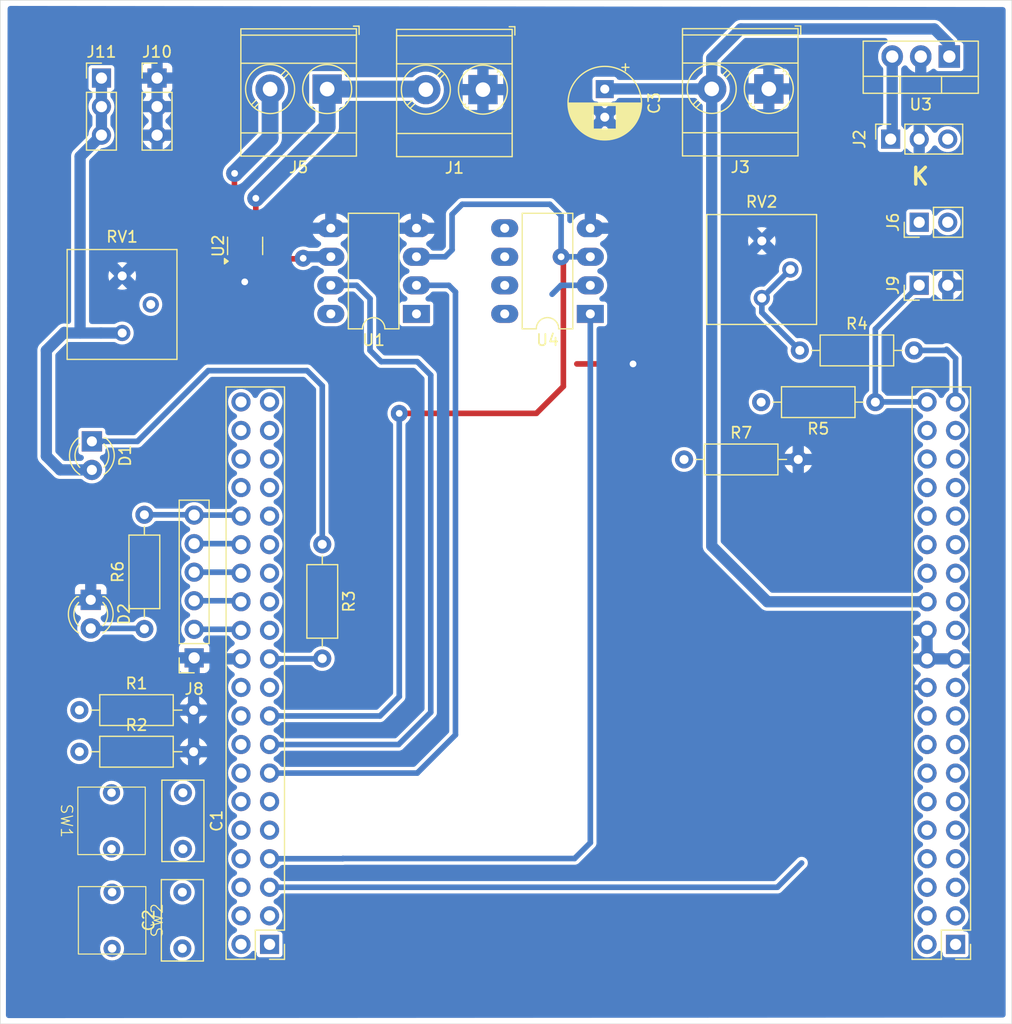
<source format=kicad_pcb>
(kicad_pcb (version 20240108) (generator "pcbnew") (generator_version "8.0")
  (layers (0 "F.Cu" signal) (31 "B.Cu" signal) (34 "B.Paste" user) (35 "F.Paste" user) (36 "B.SilkS" user "B.Silkscreen") (37 "F.SilkS" user "F.Silkscreen") (38 "B.Mask" user) (39 "F.Mask" user) (44 "Edge.Cuts" user))
  (net 0 "")
  (net 1 "GND")
  (net 2 "SW1_OUT")
  (net 3 "SW2_OUT")
  (net 4 "VIN")
  (net 5 "5V_NUC")
  (net 6 "LED_POW_IN")
  (net 14 "3.3V_NUC")
  (net 15 "SCK")
  (net 16 "MISO")
  (net 17 "MOSI")
  (net 19 "POT_OUT")
  (net 21 "USER_BUTTON")
  (net 23 "LED_OUT")
  (net 35 "RT_OUT")
  (net 41 "Servo")
  (net 42 "PHD_OUT")
  (net 45 "POT_NUM_OUT")
  (net 46 "Net-(J5-Pin_2)")
  (net 47 "Net-(D1-K)")
  (net 48 "CS_1")
  (net 51 "CS_2")
  (net 54 "Net-(J7-Pin_26)")
  (net 57 "Net-(J7-Pin_24)")
  (net 59 "Net-(J7-Pin_30)")
  (net 61 "5V")
  (net 69 "Net-(J7-Pin_28)")
  (net 76 "Net-(R4-Pad1)")
  (net 77 "Net-(U1-POB)")
  (net 84 "Net-(D2-A)")
  (net 86 "LED_OUT2")
  (footprint "Connector_PinHeader_2.54mm:PinHeader_2x20_P2.54mm_Vertical" (layer "F.Cu") (at 208.5 143.44 180)
    (property "Reference" "J4" (hide yes))
    (property "Value" "Morpho_Gauche" (hide yes))
    (pad "1" thru_hole rect (at 0 0 180) (size 1.7 1.7) (drill 1) (layers "*.Cu" "*.Mask"))
    (pad "2" thru_hole oval (at 2.54 0 180) (size 1.7 1.7) (drill 1) (layers "*.Cu" "*.Mask"))
    (pad "3" thru_hole oval (at 0 2.54 180) (size 1.7 1.7) (drill 1) (layers "*.Cu" "*.Mask"))
    (pad "4" thru_hole oval (at 2.54 2.54 180) (size 1.7 1.7) (drill 1) (layers "*.Cu" "*.Mask"))
    (pad "5" thru_hole oval (at 0 5.08 180) (size 1.7 1.7) (drill 1) (layers "*.Cu" "*.Mask"))
    (pad "6" thru_hole oval (at 2.54 5.08 180) (size 1.7 1.7) (drill 1) (layers "*.Cu" "*.Mask"))
    (pad "7" thru_hole oval (at 0 7.62 180) (size 1.7 1.7) (drill 1) (layers "*.Cu" "*.Mask"))
    (pad "8" thru_hole oval (at 2.54 7.62 180) (size 1.7 1.7) (drill 1) (layers "*.Cu" "*.Mask"))
    (pad "9" thru_hole oval (at 0 10.16 180) (size 1.7 1.7) (drill 1) (layers "*.Cu" "*.Mask"))
    (pad "10" thru_hole oval (at 2.54 10.16 180) (size 1.7 1.7) (drill 1) (layers "*.Cu" "*.Mask"))
    (pad "11" thru_hole oval (at 0 12.7 180) (size 1.7 1.7) (drill 1) (layers "*.Cu" "*.Mask"))
    (pad "12" thru_hole oval (at 2.54 12.7 180) (size 1.7 1.7) (drill 1) (layers "*.Cu" "*.Mask"))
    (pad "13" thru_hole oval (at 0 15.24 180) (size 1.7 1.7) (drill 1) (layers "*.Cu" "*.Mask"))
    (pad "14" thru_hole oval (at 2.54 15.24 180) (size 1.7 1.7) (drill 1) (layers "*.Cu" "*.Mask"))
    (pad "15" thru_hole oval (at 0 17.78 180) (size 1.7 1.7) (drill 1) (layers "*.Cu" "*.Mask"))
    (pad "16" thru_hole oval (at 2.54 17.78 180) (size 1.7 1.7) (drill 1) (layers "*.Cu" "*.Mask"))
    (pad "17" thru_hole oval (at 0 20.32 180) (size 1.7 1.7) (drill 1) (layers "*.Cu" "*.Mask"))
    (pad "18" thru_hole oval (at 2.54 20.32 180) (size 1.7 1.7) (drill 1) (layers "*.Cu" "*.Mask") (net 14 "3.3V_NUC"))
    (pad "19" thru_hole oval (at 0 22.86 180) (size 1.7 1.7) (drill 1) (layers "*.Cu" "*.Mask"))
    (pad "20" thru_hole oval (at 2.54 22.86 180) (size 1.7 1.7) (drill 1) (layers "*.Cu" "*.Mask") (net 5 "5V_NUC"))
    (pad "21" thru_hole oval (at 0 25.4 180) (size 1.7 1.7) (drill 1) (layers "*.Cu" "*.Mask") (net 1 "GND"))
    (pad "22" thru_hole oval (at 2.54 25.4 180) (size 1.7 1.7) (drill 1) (layers "*.Cu" "*.Mask") (net 1 "GND"))
    (pad "23" thru_hole oval (at 0 27.94 180) (size 1.7 1.7) (drill 1) (layers "*.Cu" "*.Mask"))
    (pad "24" thru_hole oval (at 2.54 27.94 180) (size 1.7 1.7) (drill 1) (layers "*.Cu" "*.Mask") (net 1 "GND"))
    (pad "25" thru_hole oval (at 0 30.48 180) (size 1.7 1.7) (drill 1) (layers "*.Cu" "*.Mask") (net 21 "USER_BUTTON"))
    (pad "26" thru_hole oval (at 2.54 30.48 180) (size 1.7 1.7) (drill 1) (layers "*.Cu" "*.Mask") (net 4 "VIN"))
    (pad "27" thru_hole oval (at 0 33.02 180) (size 1.7 1.7) (drill 1) (layers "*.Cu" "*.Mask"))
    (pad "28" thru_hole oval (at 2.54 33.02 180) (size 1.7 1.7) (drill 1) (layers "*.Cu" "*.Mask"))
    (pad "29" thru_hole oval (at 0 35.56 180) (size 1.7 1.7) (drill 1) (layers "*.Cu" "*.Mask"))
    (pad "30" thru_hole oval (at 2.54 35.56 180) (size 1.7 1.7) (drill 1) (layers "*.Cu" "*.Mask") (net 19 "POT_OUT"))
    (pad "31" thru_hole oval (at 0 38.1 180) (size 1.7 1.7) (drill 1) (layers "*.Cu" "*.Mask"))
    (pad "32" thru_hole oval (at 2.54 38.1 180) (size 1.7 1.7) (drill 1) (layers "*.Cu" "*.Mask"))
    (pad "33" thru_hole oval (at 0 40.64 180) (size 1.7 1.7) (drill 1) (layers "*.Cu" "*.Mask"))
    (pad "34" thru_hole oval (at 2.54 40.64 180) (size 1.7 1.7) (drill 1) (layers "*.Cu" "*.Mask"))
    (pad "35" thru_hole oval (at 0 43.18 180) (size 1.7 1.7) (drill 1) (layers "*.Cu" "*.Mask"))
    (pad "36" thru_hole oval (at 2.54 43.18 180) (size 1.7 1.7) (drill 1) (layers "*.Cu" "*.Mask") (net 45 "POT_NUM_OUT"))
    (pad "37" thru_hole oval (at 0 45.72 180) (size 1.7 1.7) (drill 1) (layers "*.Cu" "*.Mask"))
    (pad "38" thru_hole oval (at 2.54 45.72 180) (size 1.7 1.7) (drill 1) (layers "*.Cu" "*.Mask"))
    (pad "39" thru_hole oval (at 0 48.26 180) (size 1.7 1.7) (drill 1) (layers "*.Cu" "*.Mask") (net 42 "PHD_OUT"))
    (pad "40" thru_hole oval (at 2.54 48.26 180) (size 1.7 1.7) (drill 1) (layers "*.Cu" "*.Mask") (net 35 "RT_OUT"))
  )
  (footprint "Connector_PinHeader_2.54mm:PinHeader_2x20_P2.54mm_Vertical" (layer "F.Cu") (at 147.460001 143.44 180)
    (property "Reference" "J7" (hide yes))
    (property "Value" "Morpho_Droite" (hide yes))
    (pad "1" thru_hole rect (at 0 0 180) (size 1.7 1.7) (drill 1) (layers "*.Cu" "*.Mask"))
    (pad "2" thru_hole oval (at 2.54 0 180) (size 1.7 1.7) (drill 1) (layers "*.Cu" "*.Mask"))
    (pad "3" thru_hole oval (at 0 2.54 180) (size 1.7 1.7) (drill 1) (layers "*.Cu" "*.Mask"))
    (pad "4" thru_hole oval (at 2.54 2.54 180) (size 1.7 1.7) (drill 1) (layers "*.Cu" "*.Mask") (net 3 "SW2_OUT"))
    (pad "5" thru_hole oval (at 0 5.08 180) (size 1.7 1.7) (drill 1) (layers "*.Cu" "*.Mask") (net 41 "Servo"))
    (pad "6" thru_hole oval (at 2.54 5.08 180) (size 1.7 1.7) (drill 1) (layers "*.Cu" "*.Mask") (net 2 "SW1_OUT"))
    (pad "7" thru_hole oval (at 0 7.62 180) (size 1.7 1.7) (drill 1) (layers "*.Cu" "*.Mask") (net 51 "CS_2"))
    (pad "8" thru_hole oval (at 2.54 7.62 180) (size 1.7 1.7) (drill 1) (layers "*.Cu" "*.Mask"))
    (pad "9" thru_hole oval (at 0 10.16 180) (size 1.7 1.7) (drill 1) (layers "*.Cu" "*.Mask"))
    (pad "10" thru_hole oval (at 2.54 10.16 180) (size 1.7 1.7) (drill 1) (layers "*.Cu" "*.Mask"))
    (pad "11" thru_hole oval (at 0 12.7 180) (size 1.7 1.7) (drill 1) (layers "*.Cu" "*.Mask"))
    (pad "12" thru_hole oval (at 2.54 12.7 180) (size 1.7 1.7) (drill 1) (layers "*.Cu" "*.Mask"))
    (pad "13" thru_hole oval (at 0 15.24 180) (size 1.7 1.7) (drill 1) (layers "*.Cu" "*.Mask") (net 15 "SCK"))
    (pad "14" thru_hole oval (at 2.54 15.24 180) (size 1.7 1.7) (drill 1) (layers "*.Cu" "*.Mask"))
    (pad "15" thru_hole oval (at 0 17.78 180) (size 1.7 1.7) (drill 1) (layers "*.Cu" "*.Mask") (net 16 "MISO"))
    (pad "16" thru_hole oval (at 2.54 17.78 180) (size 1.7 1.7) (drill 1) (layers "*.Cu" "*.Mask"))
    (pad "17" thru_hole oval (at 0 20.32 180) (size 1.7 1.7) (drill 1) (layers "*.Cu" "*.Mask") (net 17 "MOSI"))
    (pad "18" thru_hole oval (at 2.54 20.32 180) (size 1.7 1.7) (drill 1) (layers "*.Cu" "*.Mask"))
    (pad "19" thru_hole oval (at 0 22.86 180) (size 1.7 1.7) (drill 1) (layers "*.Cu" "*.Mask"))
    (pad "20" thru_hole oval (at 2.54 22.86 180) (size 1.7 1.7) (drill 1) (layers "*.Cu" "*.Mask"))
    (pad "21" thru_hole oval (at 0 25.4 180) (size 1.7 1.7) (drill 1) (layers "*.Cu" "*.Mask") (net 23 "LED_OUT"))
    (pad "22" thru_hole oval (at 2.54 25.4 180) (size 1.7 1.7) (drill 1) (layers "*.Cu" "*.Mask") (net 1 "GND"))
    (pad "23" thru_hole oval (at 0 27.94 180) (size 1.7 1.7) (drill 1) (layers "*.Cu" "*.Mask"))
    (pad "24" thru_hole oval (at 2.54 27.94 180) (size 1.7 1.7) (drill 1) (layers "*.Cu" "*.Mask") (net 57 "Net-(J7-Pin_24)"))
    (pad "25" thru_hole oval (at 0 30.48 180) (size 1.7 1.7) (drill 1) (layers "*.Cu" "*.Mask"))
    (pad "26" thru_hole oval (at 2.54 30.48 180) (size 1.7 1.7) (drill 1) (layers "*.Cu" "*.Mask") (net 54 "Net-(J7-Pin_26)"))
    (pad "27" thru_hole oval (at 0 33.02 180) (size 1.7 1.7) (drill 1) (layers "*.Cu" "*.Mask"))
    (pad "28" thru_hole oval (at 2.54 33.02 180) (size 1.7 1.7) (drill 1) (layers "*.Cu" "*.Mask") (net 69 "Net-(J7-Pin_28)"))
    (pad "29" thru_hole oval (at 0 35.56 180) (size 1.7 1.7) (drill 1) (layers "*.Cu" "*.Mask"))
    (pad "30" thru_hole oval (at 2.54 35.56 180) (size 1.7 1.7) (drill 1) (layers "*.Cu" "*.Mask") (net 59 "Net-(J7-Pin_30)"))
    (pad "31" thru_hole oval (at 0 38.1 180) (size 1.7 1.7) (drill 1) (layers "*.Cu" "*.Mask") (net 48 "CS_1"))
    (pad "32" thru_hole oval (at 2.54 38.1 180) (size 1.7 1.7) (drill 1) (layers "*.Cu" "*.Mask") (net 86 "LED_OUT2"))
    (pad "33" thru_hole oval (at 0 40.64 180) (size 1.7 1.7) (drill 1) (layers "*.Cu" "*.Mask"))
    (pad "34" thru_hole oval (at 2.54 40.64 180) (size 1.7 1.7) (drill 1) (layers "*.Cu" "*.Mask"))
    (pad "35" thru_hole oval (at 0 43.18 180) (size 1.7 1.7) (drill 1) (layers "*.Cu" "*.Mask"))
    (pad "36" thru_hole oval (at 2.54 43.18 180) (size 1.7 1.7) (drill 1) (layers "*.Cu" "*.Mask"))
    (pad "37" thru_hole oval (at 0 45.72 180) (size 1.7 1.7) (drill 1) (layers "*.Cu" "*.Mask"))
    (pad "38" thru_hole oval (at 2.54 45.72 180) (size 1.7 1.7) (drill 1) (layers "*.Cu" "*.Mask"))
    (pad "39" thru_hole oval (at 0 48.26 180) (size 1.7 1.7) (drill 1) (layers "*.Cu" "*.Mask"))
    (pad "40" thru_hole oval (at 2.54 48.26 180) (size 1.7 1.7) (drill 1) (layers "*.Cu" "*.Mask"))
  )
  (footprint "TerminalBlock_Phoenix:TerminalBlock_Phoenix_MKDS-3-2-5.08_1x02_P5.08mm_Horizontal" (layer "F.Cu") (at 191.88 67.335 180)
    (property "Reference" "J3" (at 2.54 -6.96 180) (layer "F.SilkS"))
    (property "Value" "POWER_IN")
    (pad "1" thru_hole rect (at 0 0 180) (size 2.6 2.6) (drill 1.3) (layers "*.Cu" "*.Mask") (net 1 "GND"))
    (pad "2" thru_hole circle (at 5.08 0 180) (size 2.6 2.6) (drill 1.3) (layers "*.Cu" "*.Mask") (net 4 "VIN"))
  )
  (footprint "TerminalBlock_Phoenix:TerminalBlock_Phoenix_MKDS-3-2-5.08_1x02_P5.08mm_Horizontal" (layer "F.Cu") (at 152.585 67.35 180)
    (property "Reference" "J5" (at 2.54 -6.96 180) (layer "F.SilkS"))
    (property "Value" "LED_OUT")
    (pad "1" thru_hole rect (at 0 0 180) (size 2.6 2.6) (drill 1.3) (layers "*.Cu" "*.Mask") (net 6 "LED_POW_IN"))
    (pad "2" thru_hole circle (at 5.08 0 180) (size 2.6 2.6) (drill 1.3) (layers "*.Cu" "*.Mask") (net 46 "Net-(J5-Pin_2)"))
  )
  (footprint "Connector_PinHeader_2.54mm:PinHeader_1x03_P2.54mm_Vertical" (layer "F.Cu") (at 132.5 66.37)
    (property "Reference" "J11" (at 0 -2.33 0) (layer "F.SilkS"))
    (property "Value" "3.3V_reg")
    (pad "1" thru_hole rect (at 0 0) (size 1.7 1.7) (drill 1) (layers "*.Cu" "*.Mask") (net 14 "3.3V_NUC"))
    (pad "2" thru_hole oval (at 0 2.54) (size 1.7 1.7) (drill 1) (layers "*.Cu" "*.Mask") (net 14 "3.3V_NUC"))
    (pad "3" thru_hole oval (at 0 5.08) (size 1.7 1.7) (drill 1) (layers "*.Cu" "*.Mask") (net 14 "3.3V_NUC"))
  )
  (footprint "LED_THT:LED_D3.0mm_Clear" (layer "F.Cu") (at 131.55 112.79 -90)
    (property "Reference" "D2" (at 1.27 -2.96 90) (layer "F.SilkS"))
    (property "Value" "LED")
    (pad "1" thru_hole rect (at 0 0 270) (size 1.8 1.8) (drill 0.9) (layers "*.Cu" "*.Mask") (net 1 "GND"))
    (pad "2" thru_hole circle (at 2.54 0 270) (size 1.8 1.8) (drill 0.9) (layers "*.Cu" "*.Mask") (net 84 "Net-(D2-A)"))
  )
  (footprint "LEnsE:Switch" (layer "F.Cu") (at 128.9 132.45 -90)
    (property "Reference" "SW1" (at 0 -0.5 -90) (layer "F.SilkS") (effects (font (thickness 0.1))))
    (property "Value" "SW_1")
    (pad "1" thru_hole circle (at -2.5 -4.5 270) (size 1.524 1.524) (drill 0.762) (layers "*.Cu" "*.Mask") (net 14 "3.3V_NUC"))
    (pad "2" thru_hole circle (at 2.5 -4.5 270) (size 1.524 1.524) (drill 0.762) (layers "*.Cu" "*.Mask") (net 2 "SW1_OUT"))
  )
  (footprint "Connector_PinSocket_2.54mm:PinSocket_1x03_P2.54mm_Vertical" (layer "F.Cu") (at 202.72 71.8 90)
    (property "Reference" "J2" (at 0 -2.77 270) (layer "F.SilkS"))
    (property "Value" "Servo")
    (pad "1" thru_hole rect (at 0 0 90) (size 1.7 1.7) (drill 1) (layers "*.Cu" "*.Mask") (net 61 "5V"))
    (pad "2" thru_hole oval (at 0 2.54 90) (size 1.7 1.7) (drill 1) (layers "*.Cu" "*.Mask") (net 1 "GND"))
    (pad "3" thru_hole oval (at 0 5.08 90) (size 1.7 1.7) (drill 1) (layers "*.Cu" "*.Mask") (net 41 "Servo"))
  )
  (footprint "Potentiometer_THT:Potentiometer_Bourns_3386P_Vertical" (layer "F.Cu") (at 191.26 85.94)
    (property "Reference" "RV2" (at -0.015 -8.555 360) (layer "F.SilkS"))
    (property "Value" "100k")
    (pad "1" thru_hole circle (at 0 0) (size 1.44 1.44) (drill 0.8) (layers "*.Cu" "*.Mask") (net 76 "Net-(R4-Pad1)"))
    (pad "2" thru_hole circle (at 2.54 -2.54) (size 1.44 1.44) (drill 0.8) (layers "*.Cu" "*.Mask") (net 76 "Net-(R4-Pad1)"))
    (pad "3" thru_hole circle (at 0 -5.08) (size 1.44 1.44) (drill 0.8) (layers "*.Cu" "*.Mask") (net 1 "GND"))
  )
  (footprint "Package_DIP:DIP-8_W7.62mm_LongPads" (layer "F.Cu") (at 176 87.35 180)
    (property "Reference" "U4" (at 3.81 -2.33 180) (layer "F.SilkS"))
    (property "Value" "~")
    (pad "1" thru_hole rect (at 0 0 180) (size 2.4 1.6) (drill 0.8) (layers "*.Cu" "*.Mask") (net 51 "CS_2"))
    (pad "2" thru_hole oval (at 0 2.54 180) (size 2.4 1.6) (drill 0.8) (layers "*.Cu" "*.Mask") (net 15 "SCK"))
    (pad "3" thru_hole oval (at 0 5.08 180) (size 2.4 1.6) (drill 0.8) (layers "*.Cu" "*.Mask") (net 17 "MOSI"))
    (pad "4" thru_hole oval (at 0 7.62 180) (size 2.4 1.6) (drill 0.8) (layers "*.Cu" "*.Mask") (net 1 "GND"))
    (pad "5" thru_hole oval (at 7.62 7.62 180) (size 2.4 1.6) (drill 0.8) (layers "*.Cu" "*.Mask") (net 45 "POT_NUM_OUT"))
    (pad "6" thru_hole oval (at 7.62 5.08 180) (size 2.4 1.6) (drill 0.8) (layers "*.Cu" "*.Mask") (net 14 "3.3V_NUC"))
    (pad "7" thru_hole oval (at 7.62 2.54 180) (size 2.4 1.6) (drill 0.8) (layers "*.Cu" "*.Mask") (net 16 "MISO"))
    (pad "8" thru_hole oval (at 7.62 0 180) (size 2.4 1.6) (drill 0.8) (layers "*.Cu" "*.Mask") (net 5 "5V_NUC"))
  )
  (footprint "Resistor_THT:R_Axial_DIN0207_L6.3mm_D2.5mm_P10.16mm_Horizontal" (layer "F.Cu") (at 130.54 126.3)
    (property "Reference" "R2" (at 5.08 -2.37 0) (layer "F.SilkS"))
    (property "Value" "8.2k")
    (pad "1" thru_hole circle (at 0 0) (size 1.6 1.6) (drill 0.8) (layers "*.Cu" "*.Mask") (net 3 "SW2_OUT"))
    (pad "2" thru_hole oval (at 10.16 0) (size 1.6 1.6) (drill 0.8) (layers "*.Cu" "*.Mask") (net 1 "GND"))
  )
  (footprint "TerminalBlock_Phoenix:TerminalBlock_Phoenix_MKDS-3-2-5.08_1x02_P5.08mm_Horizontal" (layer "F.Cu") (at 166.445 67.4 180)
    (property "Reference" "J1" (at 2.54 -6.96 180) (layer "F.SilkS"))
    (property "Value" "LED_IN")
    (pad "1" thru_hole rect (at 0 0 180) (size 2.6 2.6) (drill 1.3) (layers "*.Cu" "*.Mask") (net 1 "GND"))
    (pad "2" thru_hole circle (at 5.08 0 180) (size 2.6 2.6) (drill 1.3) (layers "*.Cu" "*.Mask") (net 6 "LED_POW_IN"))
  )
  (footprint "Connector_PinHeader_2.54mm:PinHeader_1x02_P2.54mm_Vertical" (layer "F.Cu") (at 205.26 79.2 90)
    (property "Reference" "J6" (at 0 -2.33 270) (layer "F.SilkS"))
    (property "Value" "PhotoDiode")
    (pad "1" thru_hole rect (at 0 0 90) (size 1.7 1.7) (drill 1) (layers "*.Cu" "*.Mask") (net 14 "3.3V_NUC"))
    (pad "2" thru_hole oval (at 0 2.54 90) (size 1.7 1.7) (drill 1) (layers "*.Cu" "*.Mask") (net 42 "PHD_OUT"))
  )
  (footprint "LED_THT:LED_D3.0mm_Clear" (layer "F.Cu") (at 131.65 98.69 -90)
    (property "Reference" "D1" (at 1.27 -2.96 90) (layer "F.SilkS"))
    (property "Value" "LED")
    (pad "1" thru_hole rect (at 0 0 270) (size 1.8 1.8) (drill 0.9) (layers "*.Cu" "*.Mask") (net 47 "Net-(D1-K)"))
    (pad "2" thru_hole circle (at 2.54 0 270) (size 1.8 1.8) (drill 0.9) (layers "*.Cu" "*.Mask") (net 14 "3.3V_NUC"))
  )
  (footprint "Capacitor_THT:C_Rect_L7.0mm_W3.5mm_P5.00mm" (layer "F.Cu") (at 139.7 143.8 90)
    (property "Reference" "C2" (at 2.5 -3 270) (layer "F.SilkS"))
    (property "Value" "10nF")
    (pad "1" thru_hole circle (at 0 0 90) (size 1.6 1.6) (drill 0.8) (layers "*.Cu" "*.Mask") (net 14 "3.3V_NUC"))
    (pad "2" thru_hole circle (at 5 0 90) (size 1.6 1.6) (drill 0.8) (layers "*.Cu" "*.Mask") (net 3 "SW2_OUT"))
  )
  (footprint "Connector_PinSocket_2.54mm:PinSocket_1x06_P2.54mm_Vertical" (layer "F.Cu") (at 140.75 117.95 180)
    (property "Reference" "J8" (at 0 -2.77 180) (layer "F.SilkS"))
    (property "Value" "D_IN_OUT")
    (pad "1" thru_hole rect (at 0 0 180) (size 1.7 1.7) (drill 1) (layers "*.Cu" "*.Mask") (net 1 "GND"))
    (pad "2" thru_hole oval (at 0 2.54 180) (size 1.7 1.7) (drill 1) (layers "*.Cu" "*.Mask") (net 57 "Net-(J7-Pin_24)"))
    (pad "3" thru_hole oval (at 0 5.08 180) (size 1.7 1.7) (drill 1) (layers "*.Cu" "*.Mask") (net 54 "Net-(J7-Pin_26)"))
    (pad "4" thru_hole oval (at 0 7.62 180) (size 1.7 1.7) (drill 1) (layers "*.Cu" "*.Mask") (net 69 "Net-(J7-Pin_28)"))
    (pad "5" thru_hole oval (at 0 10.16 180) (size 1.7 1.7) (drill 1) (layers "*.Cu" "*.Mask") (net 59 "Net-(J7-Pin_30)"))
    (pad "6" thru_hole oval (at 0 12.7 180) (size 1.7 1.7) (drill 1) (layers "*.Cu" "*.Mask") (net 86 "LED_OUT2"))
  )
  (footprint "Capacitor_THT:CP_Radial_D6.3mm_P2.50mm" (layer "F.Cu") (at 177.285 67.35 -90)
    (property "Reference" "C3" (at 1.25 -4.4 90) (layer "F.SilkS"))
    (property "Value" "C_Polarized")
    (pad "1" thru_hole rect (at 0 0 270) (size 1.6 1.6) (drill 0.8) (layers "*.Cu" "*.Mask") (net 4 "VIN"))
    (pad "2" thru_hole circle (at 2.5 0 270) (size 1.6 1.6) (drill 0.8) (layers "*.Cu" "*.Mask") (net 1 "GND"))
  )
  (footprint "Connector_PinHeader_2.54mm:PinHeader_1x02_P2.54mm_Vertical" (layer "F.Cu") (at 205.26 84.8 90)
    (property "Reference" "J9" (at 0 -2.33 270) (layer "F.SilkS"))
    (property "Value" "Thermistance")
    (pad "1" thru_hole rect (at 0 0 90) (size 1.7 1.7) (drill 1) (layers "*.Cu" "*.Mask") (net 35 "RT_OUT"))
    (pad "2" thru_hole oval (at 0 2.54 90) (size 1.7 1.7) (drill 1) (layers "*.Cu" "*.Mask") (net 1 "GND"))
  )
  (footprint "Resistor_THT:R_Axial_DIN0207_L6.3mm_D2.5mm_P10.16mm_Horizontal" (layer "F.Cu") (at 194.64 90.6)
    (property "Reference" "R4" (at 5.08 -2.37 360) (layer "F.SilkS"))
    (property "Value" "100k")
    (pad "1" thru_hole circle (at 0 0) (size 1.6 1.6) (drill 0.8) (layers "*.Cu" "*.Mask") (net 76 "Net-(R4-Pad1)"))
    (pad "2" thru_hole oval (at 10.16 0) (size 1.6 1.6) (drill 0.8) (layers "*.Cu" "*.Mask") (net 42 "PHD_OUT"))
  )
  (footprint "Capacitor_THT:C_Rect_L7.0mm_W3.5mm_P5.00mm" (layer "F.Cu") (at 139.75 129.95 -90)
    (property "Reference" "C1" (at 2.5 -3 90) (layer "F.SilkS"))
    (property "Value" "10nF")
    (pad "1" thru_hole circle (at 0 0 270) (size 1.6 1.6) (drill 0.8) (layers "*.Cu" "*.Mask") (net 14 "3.3V_NUC"))
    (pad "2" thru_hole circle (at 5 0 270) (size 1.6 1.6) (drill 0.8) (layers "*.Cu" "*.Mask") (net 2 "SW1_OUT"))
  )
  (footprint "LEnsE:Switch" (layer "F.Cu") (at 137.95 141.3 90)
    (property "Reference" "SW2" (at 0 -0.5 90) (layer "F.SilkS") (effects (font (thickness 0.1))))
    (property "Value" "SW_2")
    (pad "1" thru_hole circle (at -2.5 -4.5 90) (size 1.524 1.524) (drill 0.762) (layers "*.Cu" "*.Mask") (net 14 "3.3V_NUC"))
    (pad "2" thru_hole circle (at 2.5 -4.5 90) (size 1.524 1.524) (drill 0.762) (layers "*.Cu" "*.Mask") (net 3 "SW2_OUT"))
  )
  (footprint "Resistor_THT:R_Axial_DIN0207_L6.3mm_D2.5mm_P10.16mm_Horizontal" (layer "F.Cu") (at 152.15 107.85 -90)
    (property "Reference" "R3" (at 5.08 -2.37 90) (layer "F.SilkS"))
    (property "Value" "100")
    (pad "1" thru_hole circle (at 0 0 270) (size 1.6 1.6) (drill 0.8) (layers "*.Cu" "*.Mask") (net 47 "Net-(D1-K)"))
    (pad "2" thru_hole oval (at 10.16 0 270) (size 1.6 1.6) (drill 0.8) (layers "*.Cu" "*.Mask") (net 23 "LED_OUT"))
  )
  (footprint "Resistor_THT:R_Axial_DIN0207_L6.3mm_D2.5mm_P10.16mm_Horizontal" (layer "F.Cu") (at 130.54 122.6)
    (property "Reference" "R1" (at 5.08 -2.37 0) (layer "F.SilkS"))
    (property "Value" "8.2k")
    (pad "1" thru_hole circle (at 0 0) (size 1.6 1.6) (drill 0.8) (layers "*.Cu" "*.Mask") (net 2 "SW1_OUT"))
    (pad "2" thru_hole oval (at 10.16 0) (size 1.6 1.6) (drill 0.8) (layers "*.Cu" "*.Mask") (net 1 "GND"))
  )
  (footprint "Resistor_THT:R_Axial_DIN0207_L6.3mm_D2.5mm_P10.16mm_Horizontal" (layer "F.Cu") (at 136.32 115.38 90)
    (property "Reference" "R6" (at 5.08 -2.37 270) (layer "F.SilkS"))
    (property "Value" "100")
    (pad "1" thru_hole circle (at 0 0 90) (size 1.6 1.6) (drill 0.8) (layers "*.Cu" "*.Mask") (net 84 "Net-(D2-A)"))
    (pad "2" thru_hole oval (at 10.16 0 90) (size 1.6 1.6) (drill 0.8) (layers "*.Cu" "*.Mask") (net 86 "LED_OUT2"))
  )
  (footprint "Connector_PinHeader_2.54mm:PinHeader_1x03_P2.54mm_Vertical" (layer "F.Cu") (at 137.45 66.37)
    (property "Reference" "J10" (at 0 -2.33 0) (layer "F.SilkS"))
    (property "Value" "GND_reg")
    (pad "1" thru_hole rect (at 0 0) (size 1.7 1.7) (drill 1) (layers "*.Cu" "*.Mask") (net 1 "GND"))
    (pad "2" thru_hole oval (at 0 2.54) (size 1.7 1.7) (drill 1) (layers "*.Cu" "*.Mask") (net 1 "GND"))
    (pad "3" thru_hole oval (at 0 5.08) (size 1.7 1.7) (drill 1) (layers "*.Cu" "*.Mask") (net 1 "GND"))
  )
  (footprint "Package_TO_SOT_SMD:SC-74-6_1.55x2.9mm_P0.95mm" (layer "F.Cu") (at 145.285 81.3 90)
    (property "Reference" "U2" (at 0 -2.4 270) (layer "F.SilkS"))
    (property "Value" "BCR430UW6")
    (pad "1" smd roundrect (at -1.15 -0.95 90) (size 1.6 0.6) (layers "F.Cu" "F.Paste" "F.Mask"))
    (pad "2" smd roundrect (at -1.15 0 90) (size 1.6 0.6) (layers "F.Cu" "F.Paste" "F.Mask") (net 1 "GND"))
    (pad "3" smd roundrect (at -1.15 0.95 90) (size 1.6 0.6) (layers "F.Cu" "F.Paste" "F.Mask") (net 77 "Net-(U1-POB)"))
    (pad "4" smd roundrect (at 1.15 0.95 90) (size 1.6 0.6) (layers "F.Cu" "F.Paste" "F.Mask") (net 6 "LED_POW_IN"))
    (pad "5" smd roundrect (at 1.15 0 90) (size 1.6 0.6) (layers "F.Cu" "F.Paste" "F.Mask"))
    (pad "6" smd roundrect (at 1.15 -0.95 90) (size 1.6 0.6) (layers "F.Cu" "F.Paste" "F.Mask") (net 46 "Net-(J5-Pin_2)"))
  )
  (footprint "Resistor_THT:R_Axial_DIN0207_L6.3mm_D2.5mm_P10.16mm_Horizontal" (layer "F.Cu") (at 201.36 95.2 180)
    (property "Reference" "R5" (at 5.08 -2.37 180) (layer "F.SilkS"))
    (property "Value" "10k")
    (pad "1" thru_hole circle (at 0 0 180) (size 1.6 1.6) (drill 0.8) (layers "*.Cu" "*.Mask") (net 35 "RT_OUT"))
    (pad "2" thru_hole oval (at 10.16 0 180) (size 1.6 1.6) (drill 0.8) (layers "*.Cu" "*.Mask") (net 14 "3.3V_NUC"))
  )
  (footprint "Resistor_THT:R_Axial_DIN0207_L6.3mm_D2.5mm_P10.16mm_Horizontal" (layer "F.Cu") (at 184.34 100.3)
    (property "Reference" "R7" (at 5.08 -2.37 360) (layer "F.SilkS"))
    (property "Value" "1k")
    (pad "1" thru_hole circle (at 0 0) (size 1.6 1.6) (drill 0.8) (layers "*.Cu" "*.Mask") (net 45 "POT_NUM_OUT"))
    (pad "2" thru_hole oval (at 10.16 0) (size 1.6 1.6) (drill 0.8) (layers "*.Cu" "*.Mask") (net 1 "GND"))
  )
  (footprint "Package_TO_SOT_THT:TO-220-3_Vertical" (layer "F.Cu") (at 207.94 64.455 180)
    (property "Reference" "U3" (at 2.54 -4.27 180) (layer "F.SilkS"))
    (property "Value" "LM7805_TO220")
    (pad "1" thru_hole rect (at 0 0 180) (size 1.905 2) (drill 1.1) (layers "*.Cu" "*.Mask") (net 4 "VIN"))
    (pad "2" thru_hole oval (at 2.54 0 180) (size 1.905 2) (drill 1.1) (layers "*.Cu" "*.Mask") (net 1 "GND"))
    (pad "3" thru_hole oval (at 5.08 0 180) (size 1.905 2) (drill 1.1) (layers "*.Cu" "*.Mask") (net 61 "5V"))
  )
  (footprint "Package_DIP:DIP-8_W7.62mm_LongPads" (layer "F.Cu") (at 160.53 87.35 180)
    (property "Reference" "U1" (at 3.81 -2.33 180) (layer "F.SilkS"))
    (property "Value" "~")
    (pad "1" thru_hole rect (at 0 0 180) (size 2.4 1.6) (drill 0.8) (layers "*.Cu" "*.Mask") (net 48 "CS_1"))
    (pad "2" thru_hole oval (at 0 2.54 180) (size 2.4 1.6) (drill 0.8) (layers "*.Cu" "*.Mask") (net 15 "SCK"))
    (pad "3" thru_hole oval (at 0 5.08 180) (size 2.4 1.6) (drill 0.8) (layers "*.Cu" "*.Mask") (net 17 "MOSI"))
    (pad "4" thru_hole oval (at 0 7.62 180) (size 2.4 1.6) (drill 0.8) (layers "*.Cu" "*.Mask") (net 1 "GND"))
    (pad "5" thru_hole oval (at 7.62 7.62 180) (size 2.4 1.6) (drill 0.8) (layers "*.Cu" "*.Mask") (net 1 "GND"))
    (pad "6" thru_hole oval (at 7.62 5.08 180) (size 2.4 1.6) (drill 0.8) (layers "*.Cu" "*.Mask") (net 77 "Net-(U1-POB)"))
    (pad "7" thru_hole oval (at 7.62 2.54 180) (size 2.4 1.6) (drill 0.8) (layers "*.Cu" "*.Mask") (net 16 "MISO"))
    (pad "8" thru_hole oval (at 7.62 0 180) (size 2.4 1.6) (drill 0.8) (layers "*.Cu" "*.Mask") (net 5 "5V_NUC"))
  )
  (footprint "Potentiometer_THT:Potentiometer_Bourns_3386P_Vertical" (layer "F.Cu") (at 134.35 89.05)
    (property "Reference" "RV1" (at -0.015 -8.555 0) (layer "F.SilkS"))
    (property "Value" "22k")
    (pad "1" thru_hole circle (at 0 0) (size 1.44 1.44) (drill 0.8) (layers "*.Cu" "*.Mask") (net 14 "3.3V_NUC"))
    (pad "2" thru_hole circle (at 2.54 -2.54) (size 1.44 1.44) (drill 0.8) (layers "*.Cu" "*.Mask") (net 19 "POT_OUT"))
    (pad "3" thru_hole circle (at 0 -5.08) (size 1.44 1.44) (drill 0.8) (layers "*.Cu" "*.Mask") (net 1 "GND"))
  )
  (gr_rect (start 123.5 59.45) (end 213.5 150.5) (stroke (width 0.05)) (fill none) (layer "Edge.Cuts"))
  (gr_text "K" (at 204.4 76 0) (layer "F.SilkS") (effects (font (size 1.5 1.5) (thickness 0.3) (bold yes)) (justify left bottom)))
  (segment (start 145.285 82.45) (end 145.285 84.465) (width 0.5) (layer "F.Cu") (net 1))
  (segment (start 145.285 84.465) (end 145.25 84.5) (width 0.5) (layer "F.Cu") (net 1))
  (via (at 145.25 84.5) (size 1.5) (drill 0.6) (layers "F.Cu" "B.Cu") (net 1))
  (segment (start 206.6 62) (end 207.94 63.34) (width 1) (layer "B.Cu") (net 4))
  (segment (start 186.8 67.335) (end 177.3 67.335) (width 1) (layer "B.Cu") (net 4))
  (segment (start 207.94 63.34) (end 207.94 64.455) (width 1) (layer "B.Cu") (net 4))
  (segment (start 186.8 108) (end 191.76 112.96) (width 1) (layer "B.Cu") (net 4))
  (segment (start 186.8 64.6) (end 189.4 62) (width 1) (layer "B.Cu") (net 4))
  (segment (start 186.8 67.335) (end 186.8 108) (width 1) (layer "B.Cu") (net 4))
  (segment (start 191.76 112.96) (end 205.96 112.96) (width 1) (layer "B.Cu") (net 4))
  (segment (start 189.4 62) (end 206.6 62) (width 1) (layer "B.Cu") (net 4))
  (segment (start 186.8 67.335) (end 186.8 64.6) (width 1) (layer "B.Cu") (net 4))
  (segment (start 177.3 67.335) (end 177.285 67.35) (width 1) (layer "B.Cu") (net 4))
  (segment (start 179.8 91.8) (end 174.8 91.8) (width 0.5) (layer "F.Cu") (net 5))
  (via (at 179.8 91.8) (size 1.5) (drill 0.6) (layers "F.Cu" "B.Cu") (net 5))
  (segment (start 205.96 120.58) (end 185.98 120.58) (width 0.5) (layer "B.Cu") (net 5))
  (segment (start 179.8 114.4) (end 179.8 91.8) (width 0.5) (layer "B.Cu") (net 5))
  (segment (start 185.98 120.58) (end 179.8 114.4) (width 0.5) (layer "B.Cu") (net 5))
  (segment (start 146.235 80.15) (end 146.235 77.065) (width 0.5) (layer "F.Cu") (net 6))
  (segment (start 146.25 77.05) (end 146.235 77.065) (width 0.5) (layer "F.Cu") (net 6))
  (via (at 146.235 77.065) (size 1.5) (drill 0.6) (layers "F.Cu" "B.Cu") (net 6))
  (segment (start 152.585 67.35) (end 161.315 67.35) (width 1.5) (layer "B.Cu") (net 6))
  (segment (start 152.585 67.35) (end 152.585 70.715) (width 1.5) (layer "B.Cu") (net 6))
  (segment (start 152.585 70.715) (end 146.235 77.065) (width 1.5) (layer "B.Cu") (net 6))
  (segment (start 161.315 67.35) (end 161.365 67.4) (width 1.5) (layer "B.Cu") (net 6))
  (segment (start 129.2 89) (end 129.25 89.05) (width 1) (layer "B.Cu") (net 14))
  (segment (start 132.5 66.37) (end 132.5 68.91) (width 1) (layer "B.Cu") (net 14))
  (segment (start 127.6 90.6) (end 129.2 89) (width 1) (layer "B.Cu") (net 14))
  (segment (start 130.6 73.35) (end 132.5 71.45) (width 1) (layer "B.Cu") (net 14))
  (segment (start 127.6 100) (end 127.6 90.6) (width 1) (layer "B.Cu") (net 14))
  (segment (start 132.5 71.45) (end 132.5 68.91) (width 1) (layer "B.Cu") (net 14))
  (segment (start 131.65 101.23) (end 128.83 101.23) (width 1) (layer "B.Cu") (net 14))
  (segment (start 128.83 101.23) (end 127.6 100) (width 1) (layer "B.Cu") (net 14))
  (segment (start 129.25 89.05) (end 132.45 89.05) (width 1) (layer "B.Cu") (net 14))
  (segment (start 130.6 89.05) (end 130.6 73.35) (width 1) (layer "B.Cu") (net 14))
  (segment (start 134.35 89.05) (end 132.45 89.05) (width 1) (layer "B.Cu") (net 14))
  (segment (start 160.6 128.2) (end 164 124.8) (width 0.5) (layer "B.Cu") (net 15))
  (segment (start 163.41 84.81) (end 160.53 84.81) (width 0.5) (layer "B.Cu") (net 15))
  (segment (start 176 84.81) (end 173.39 84.81) (width 0.5) (layer "B.Cu") (net 15))
  (segment (start 164 85.4) (end 163.41 84.81) (width 0.5) (layer "B.Cu") (net 15))
  (segment (start 164 124.8) (end 164 85.4) (width 0.5) (layer "B.Cu") (net 15))
  (segment (start 173.39 84.81) (end 172.6 85.6) (width 0.5) (layer "B.Cu") (net 15))
  (segment (start 147.460001 128.2) (end 160.6 128.2) (width 0.5) (layer "B.Cu") (net 15))
  (segment (start 157.4 91.6) (end 156.4 90.6) (width 0.5) (layer "B.Cu") (net 16))
  (segment (start 161.8 122.8) (end 161.8 92.8) (width 0.5) (layer "B.Cu") (net 16))
  (segment (start 155.21 84.81) (end 152.91 84.81) (width 0.5) (layer "B.Cu") (net 16))
  (segment (start 158.94 125.66) (end 161.8 122.8) (width 0.5) (layer "B.Cu") (net 16))
  (segment (start 156.4 86) (end 155.21 84.81) (width 0.5) (layer "B.Cu") (net 16))
  (segment (start 156.4 90.6) (end 156.4 86) (width 0.5) (layer "B.Cu") (net 16))
  (segment (start 147.460001 125.66) (end 158.94 125.66) (width 0.5) (layer "B.Cu") (net 16))
  (segment (start 161.8 92.8) (end 160.6 91.6) (width 0.5) (layer "B.Cu") (net 16))
  (segment (start 160.6 91.6) (end 157.4 91.6) (width 0.5) (layer "B.Cu") (net 16))
  (segment (start 171.2 96.2) (end 159 96.2) (width 0.5) (layer "F.Cu") (net 17))
  (segment (start 173.4 82.27) (end 173.6 82.47) (width 0.5) (layer "F.Cu") (net 17))
  (segment (start 173.6 93.8) (end 171.2 96.2) (width 0.5) (layer "F.Cu") (net 17))
  (segment (start 173.6 82.47) (end 173.6 93.8) (width 0.5) (layer "F.Cu") (net 17))
  (via (at 173.4 82.27) (size 1.5) (drill 0.6) (layers "F.Cu" "B.Cu") (net 17))
  (via (at 159 96.2) (size 1.5) (drill 0.6) (layers "F.Cu" "B.Cu") (net 17))
  (segment (start 173.4 78.6) (end 172.4 77.6) (width 0.5) (layer "B.Cu") (net 17))
  (segment (start 157.28 123.12) (end 159 121.4) (width 0.5) (layer "B.Cu") (net 17))
  (segment (start 159 121.4) (end 159 96.2) (width 0.5) (layer "B.Cu") (net 17))
  (segment (start 147.460001 123.12) (end 157.28 123.12) (width 0.5) (layer "B.Cu") (net 17))
  (segment (start 163.08 82.27) (end 160.53 82.27) (width 0.5) (layer "B.Cu") (net 17))
  (segment (start 173.4 82.27) (end 176 82.27) (width 0.5) (layer "B.Cu") (net 17))
  (segment (start 164.6 77.6) (end 163.7 78.5) (width 0.5) (layer "B.Cu") (net 17))
  (segment (start 173.4 82.27) (end 173.4 78.6) (width 0.5) (layer "B.Cu") (net 17))
  (segment (start 163.7 81.65) (end 163.08 82.27) (width 0.5) (layer "B.Cu") (net 17))
  (segment (start 172.4 77.6) (end 164.6 77.6) (width 0.5) (layer "B.Cu") (net 17))
  (segment (start 163.7 78.5) (end 163.7 81.65) (width 0.5) (layer "B.Cu") (net 17))
  (segment (start 205.84 108) (end 205.96 107.88) (width 0.5) (layer "B.Cu") (net 19))
  (segment (start 147.460001 118.04) (end 152.12 118.04) (width 0.5) (layer "B.Cu") (net 23))
  (segment (start 152.12 118.04) (end 152.15 118.01) (width 0.5) (layer "B.Cu") (net 23))
  (segment (start 201.38 95.18) (end 201.36 95.2) (width 0.5) (layer "B.Cu") (net 35))
  (segment (start 205.96 95.18) (end 201.38 95.18) (width 0.5) (layer "B.Cu") (net 35))
  (segment (start 201.36 88.7) (end 205.26 84.8) (width 0.5) (layer "B.Cu") (net 35))
  (segment (start 201.36 95.2) (end 201.36 88.7) (width 0.5) (layer "B.Cu") (net 35))
  (segment (start 192.64 138.36) (end 194.8 136.2) (width 0.5) (layer "B.Cu") (net 41))
  (segment (start 147.460001 138.36) (end 192.64 138.36) (width 0.5) (layer "B.Cu") (net 41))
  (segment (start 207.8 90.6) (end 207.7 90.5) (width 0.5) (layer "B.Cu") (net 42))
  (segment (start 207.8 90.6) (end 207.4 90.6) (width 0.5) (layer "B.Cu") (net 42))
  (segment (start 208.5 91.3) (end 207.8 90.6) (width 0.5) (layer "B.Cu") (net 42))
  (segment (start 207.4 90.6) (end 204.8 90.6) (width 0.5) (layer "B.Cu") (net 42))
  (segment (start 208.5 95.18) (end 208.5 91.3) (width 0.5) (layer "B.Cu") (net 42))
  (segment (start 144.335 74.865) (end 144.35 74.85) (width 0.5) (layer "F.Cu") (net 46))
  (segment (start 144.335 80.15) (end 144.335 74.865) (width 0.5) (layer "F.Cu") (net 46))
  (via (at 144.35 74.85) (size 1.5) (drill 0.6) (layers "F.Cu" "B.Cu") (net 46))
  (segment (start 147.505 71.695) (end 144.35 74.85) (width 1.5) (layer "B.Cu") (net 46))
  (segment (start 147.505 67.35) (end 147.505 71.695) (width 1.5) (layer "B.Cu") (net 46))
  (segment (start 142 92.4) (end 135.71 98.69) (width 0.5) (layer "B.Cu") (net 47))
  (segment (start 152.15 93.75) (end 150.8 92.4) (width 0.5) (layer "B.Cu") (net 47))
  (segment (start 152.15 107.85) (end 152.15 93.75) (width 0.5) (layer "B.Cu") (net 47))
  (segment (start 135.71 98.69) (end 131.65 98.69) (width 0.5) (layer "B.Cu") (net 47))
  (segment (start 150.8 92.4) (end 142 92.4) (width 0.5) (layer "B.Cu") (net 47))
  (segment (start 147.460001 135.82) (end 153.969949 135.82) (width 0.5) (layer "B.Cu") (net 51))
  (segment (start 174.6 135.8) (end 176 134.4) (width 0.5) (layer "B.Cu") (net 51))
  (segment (start 153.989949 135.8) (end 174.6 135.8) (width 0.5) (layer "B.Cu") (net 51))
  (segment (start 176 134.4) (end 176 87.35) (width 0.5) (layer "B.Cu") (net 51))
  (segment (start 153.969949 135.82) (end 153.989949 135.8) (width 0.5) (layer "B.Cu") (net 51))
  (segment (start 140.75 112.87) (end 144.830001 112.87) (width 0.5) (layer "B.Cu") (net 54))
  (segment (start 140.75 115.41) (end 144.830001 115.41) (width 0.5) (layer "B.Cu") (net 57))
  (segment (start 140.75 107.79) (end 144.830001 107.79) (width 0.5) (layer "B.Cu") (net 59))
  (segment (start 202.86 71.66) (end 202.72 71.8) (width 1) (layer "B.Cu") (net 61))
  (segment (start 202.86 64.455) (end 202.86 71.66) (width 1) (layer "B.Cu") (net 61))
  (segment (start 140.75 110.33) (end 144.830001 110.33) (width 0.5) (layer "B.Cu") (net 69))
  (segment (start 191.26 87.22) (end 194.64 90.6) (width 0.5) (layer "B.Cu") (net 76))
  (segment (start 191.26 85.94) (end 191.26 87.22) (width 0.5) (layer "B.Cu") (net 76))
  (segment (start 191.26 85.94) (end 193.8 83.4) (width 0.5) (layer "B.Cu") (net 76))
  (segment (start 191.19 86.01) (end 191.26 85.94) (width 0.5) (layer "B.Cu") (net 76))
  (segment (start 150.4 82.45) (end 150.45 82.4) (width 0.5) (layer "F.Cu") (net 77))
  (segment (start 146.235 82.45) (end 150.4 82.45) (width 0.5) (layer "F.Cu") (net 77))
  (via (at 150.45 82.4) (size 1.5) (drill 0.6) (layers "F.Cu" "B.Cu") (net 77))
  (segment (start 150.58 82.27) (end 150.45 82.4) (width 1) (layer "B.Cu") (net 77))
  (segment (start 152.91 82.27) (end 150.58 82.27) (width 1) (layer "B.Cu") (net 77))
  (segment (start 136.27 115.33) (end 136.32 115.38) (width 0.5) (layer "B.Cu") (net 84))
  (segment (start 131.55 115.33) (end 136.27 115.33) (width 0.5) (layer "B.Cu") (net 84))
  (segment (start 140.75 105.25) (end 144.830001 105.25) (width 0.5) (layer "B.Cu") (net 86))
  (segment (start 140.72 105.22) (end 140.75 105.25) (width 0.5) (layer "B.Cu") (net 86))
  (segment (start 136.32 105.22) (end 140.72 105.22) (width 0.5) (layer "B.Cu") (net 86))
  (zone (net 1) (net_name "GND") (layer "B.Cu") (connect_pads (clearance 0.3)) (min_thickness 0.508) (fill yes (thermal_gap 0.508) (thermal_bridge_width 1))
    (polygon (pts (xy 212.95 149.95) (xy 124 150) (xy 124.15 59.95) (xy 212.95 60.05)))
  )
)
</source>
